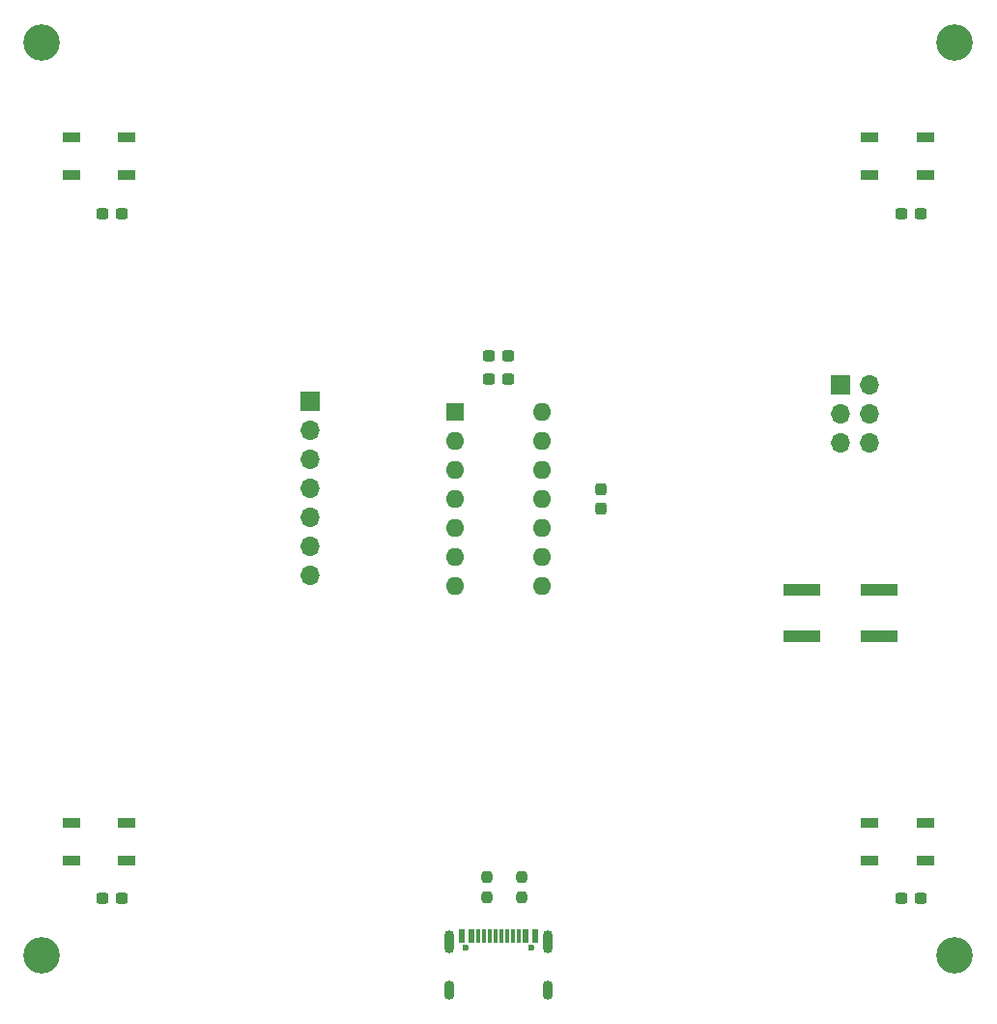
<source format=gts>
%TF.GenerationSoftware,KiCad,Pcbnew,7.0.9*%
%TF.CreationDate,2023-11-22T04:12:16+01:00*%
%TF.ProjectId,Co2-Sensor,436f322d-5365-46e7-936f-722e6b696361,rev?*%
%TF.SameCoordinates,Original*%
%TF.FileFunction,Soldermask,Top*%
%TF.FilePolarity,Negative*%
%FSLAX46Y46*%
G04 Gerber Fmt 4.6, Leading zero omitted, Abs format (unit mm)*
G04 Created by KiCad (PCBNEW 7.0.9) date 2023-11-22 04:12:16*
%MOMM*%
%LPD*%
G01*
G04 APERTURE LIST*
G04 Aperture macros list*
%AMRoundRect*
0 Rectangle with rounded corners*
0 $1 Rounding radius*
0 $2 $3 $4 $5 $6 $7 $8 $9 X,Y pos of 4 corners*
0 Add a 4 corners polygon primitive as box body*
4,1,4,$2,$3,$4,$5,$6,$7,$8,$9,$2,$3,0*
0 Add four circle primitives for the rounded corners*
1,1,$1+$1,$2,$3*
1,1,$1+$1,$4,$5*
1,1,$1+$1,$6,$7*
1,1,$1+$1,$8,$9*
0 Add four rect primitives between the rounded corners*
20,1,$1+$1,$2,$3,$4,$5,0*
20,1,$1+$1,$4,$5,$6,$7,0*
20,1,$1+$1,$6,$7,$8,$9,0*
20,1,$1+$1,$8,$9,$2,$3,0*%
G04 Aperture macros list end*
%ADD10RoundRect,0.237500X0.237500X-0.250000X0.237500X0.250000X-0.237500X0.250000X-0.237500X-0.250000X0*%
%ADD11RoundRect,0.237500X0.237500X-0.300000X0.237500X0.300000X-0.237500X0.300000X-0.237500X-0.300000X0*%
%ADD12C,3.200000*%
%ADD13RoundRect,0.237500X-0.300000X-0.237500X0.300000X-0.237500X0.300000X0.237500X-0.300000X0.237500X0*%
%ADD14R,1.500000X0.900000*%
%ADD15R,1.700000X1.700000*%
%ADD16O,1.700000X1.700000*%
%ADD17R,1.600000X1.600000*%
%ADD18O,1.600000X1.600000*%
%ADD19C,0.600000*%
%ADD20R,0.600000X1.160000*%
%ADD21R,0.300000X1.160000*%
%ADD22O,0.900000X2.000000*%
%ADD23O,0.900000X1.700000*%
%ADD24R,3.200000X1.000000*%
G04 APERTURE END LIST*
D10*
%TO.C,R2*%
X113000000Y-119912500D03*
X113000000Y-118087500D03*
%TD*%
D11*
%TO.C,C1*%
X123000000Y-85862500D03*
X123000000Y-84137500D03*
%TD*%
D12*
%TO.C,H4*%
X74000000Y-125000000D03*
%TD*%
D13*
%TO.C,C2*%
X113137500Y-74500000D03*
X114862500Y-74500000D03*
%TD*%
D12*
%TO.C,H2*%
X154000000Y-45000000D03*
%TD*%
D14*
%TO.C,D2*%
X146550000Y-53350000D03*
X146550000Y-56650000D03*
X151450000Y-56650000D03*
X151450000Y-53350000D03*
%TD*%
D13*
%TO.C,C3*%
X113137500Y-72500000D03*
X114862500Y-72500000D03*
%TD*%
D15*
%TO.C,J1*%
X144000000Y-75000000D03*
D16*
X146540000Y-75000000D03*
X144000000Y-77540000D03*
X146540000Y-77540000D03*
X144000000Y-80080000D03*
X146540000Y-80080000D03*
%TD*%
D15*
%TO.C,J3*%
X97500000Y-76420000D03*
D16*
X97500000Y-78960000D03*
X97500000Y-81500000D03*
X97500000Y-84040000D03*
X97500000Y-86580000D03*
X97500000Y-89120000D03*
X97500000Y-91660000D03*
%TD*%
D13*
%TO.C,C6*%
X149275000Y-120000000D03*
X151000000Y-120000000D03*
%TD*%
D17*
%TO.C,U2*%
X110200000Y-77375000D03*
D18*
X110200000Y-79915000D03*
X110200000Y-82455000D03*
X110200000Y-84995000D03*
X110200000Y-87535000D03*
X110200000Y-90075000D03*
X110200000Y-92615000D03*
X117820000Y-92615000D03*
X117820000Y-90075000D03*
X117820000Y-87535000D03*
X117820000Y-84995000D03*
X117820000Y-82455000D03*
X117820000Y-79915000D03*
X117820000Y-77375000D03*
%TD*%
D13*
%TO.C,C4*%
X79275000Y-60000000D03*
X81000000Y-60000000D03*
%TD*%
D10*
%TO.C,R1*%
X116000000Y-119912500D03*
X116000000Y-118087500D03*
%TD*%
D13*
%TO.C,C5*%
X149275000Y-60000000D03*
X151000000Y-60000000D03*
%TD*%
D19*
%TO.C,J2*%
X111110000Y-124300000D03*
X116890000Y-124300000D03*
D20*
X110800000Y-123240000D03*
X111600000Y-123240000D03*
D21*
X112750000Y-123240000D03*
X113750000Y-123240000D03*
X114250000Y-123240000D03*
X115250000Y-123240000D03*
D20*
X116400000Y-123240000D03*
X117200000Y-123240000D03*
X117200000Y-123240000D03*
X116400000Y-123240000D03*
D21*
X115750000Y-123240000D03*
X114750000Y-123240000D03*
X113250000Y-123240000D03*
X112250000Y-123240000D03*
D20*
X111600000Y-123240000D03*
X110800000Y-123240000D03*
D22*
X109680000Y-123820000D03*
D23*
X109680000Y-127990000D03*
D22*
X118320000Y-123820000D03*
D23*
X118320000Y-127990000D03*
%TD*%
D13*
%TO.C,C7*%
X79275000Y-120000000D03*
X81000000Y-120000000D03*
%TD*%
D14*
%TO.C,D3*%
X146550000Y-113350000D03*
X146550000Y-116650000D03*
X151450000Y-116650000D03*
X151450000Y-113350000D03*
%TD*%
D24*
%TO.C,SW1*%
X140600000Y-93000000D03*
X147400000Y-93000000D03*
X140600000Y-97000000D03*
X147400000Y-97000000D03*
%TD*%
D12*
%TO.C,H3*%
X154000000Y-125000000D03*
%TD*%
D14*
%TO.C,D1*%
X76550000Y-53350000D03*
X76550000Y-56650000D03*
X81450000Y-56650000D03*
X81450000Y-53350000D03*
%TD*%
D12*
%TO.C,H1*%
X74000000Y-45000000D03*
%TD*%
D14*
%TO.C,D4*%
X76550000Y-113350000D03*
X76550000Y-116650000D03*
X81450000Y-116650000D03*
X81450000Y-113350000D03*
%TD*%
M02*

</source>
